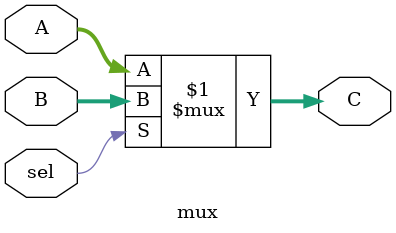
<source format=v>
module mux(A,B,sel,C);
input [31:0]A,B;
input sel;
output [31:0]C;
assign C =(sel)?B:A ;
endmodule

</source>
